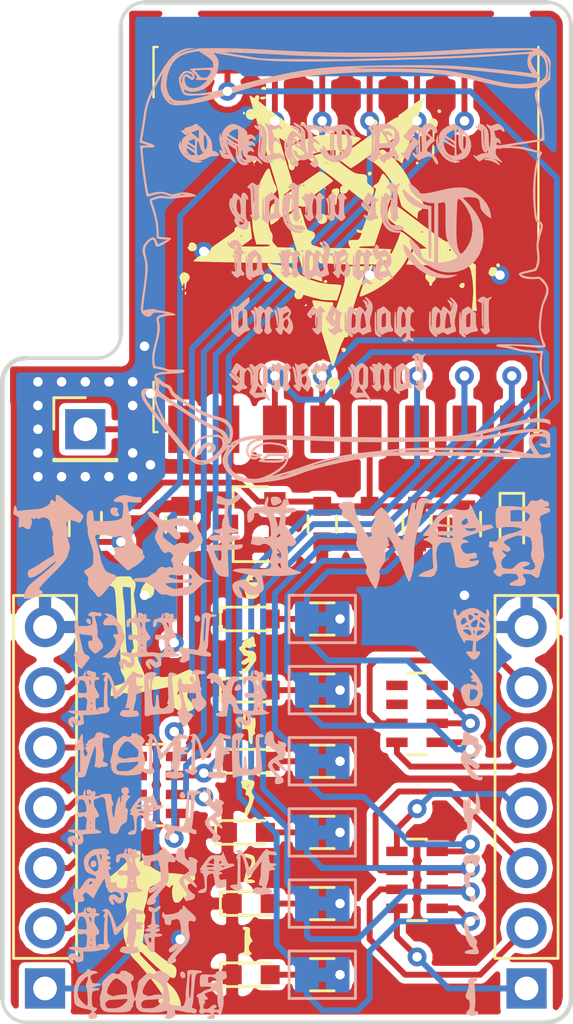
<source format=kicad_pcb>
(kicad_pcb (version 20171130) (host pcbnew "(5.0.0)")
  (layers (0 F.Cu signal hide) (31 B.Cu signal hide) (34 B.Paste user hide) (35 F.Paste user hide) (36 B.SilkS user) (37 F.SilkS user hide) (38 B.Mask user) (39 F.Mask user hide) (44 Edge.Cuts user))
  (net 0 "")
  (net 1 GND)
  (net 2 VCC)
  (net 3 +3V3)
  (net 4 "Net-(D1-Pad2)")
  (net 5 "Net-(D2-Pad2)")
  (net 6 "Net-(D3-Pad2)")
  (net 7 "Net-(D4-Pad2)")
  (net 8 "Net-(D5-Pad2)")
  (net 9 "Net-(D6-Pad2)")
  (net 10 "Net-(D7-Pad2)")
  (net 11 /RESET)
  (net 12 /SPI_EXT_CS)
  (net 13 /SPI_EXT_MISO)
  (net 14 /SPI_EXT_MOSI)
  (net 15 /SPI_EXT_SCK)
  (net 16 /EXT_GPIO1)
  (net 17 /EXT_GPIO2)
  (net 18 /EXT_GPIO3)
  (net 19 /EXT_GPIO4)
  (net 20 /EXT_GPIO5)
  (net 21 /EXT_GPIO6)
  (net 22 /ANTENNA)
  (net 23 /GPIO1)
  (net 24 "Net-(JP1-Pad2)")
  (net 25 "Net-(JP2-Pad2)")
  (net 26 /GPIO2)
  (net 27 "Net-(JP3-Pad2)")
  (net 28 /GPIO3)
  (net 29 /GPIO4)
  (net 30 "Net-(JP4-Pad2)")
  (net 31 "Net-(JP5-Pad2)")
  (net 32 /GPIO5)
  (net 33 /GPIO6)
  (net 34 "Net-(JP6-Pad2)")
  (net 35 /SPI_CS)
  (net 36 /SPI_MISO)
  (net 37 /SPI_MOSI)
  (net 38 /SPI_SCK)
  (net 39 "Net-(RN3-Pad4)")
  (net 40 "Net-(RN3-Pad3)")
  (net 41 "Net-(RN3-Pad5)")
  (net 42 "Net-(RN3-Pad6)")
  (module Pin_Headers:Pin_Header_Straight_1x07_Pitch2.54mm (layer F.Cu) (at 133.62 68.58 180)
    (fp_text reference J2 hide)
    (fp_text value Conn_01x07_Male)
    (pad 1 thru_hole rect (at 0 0 180) (size 1.7 1.7) (drill 1) (layers *.Cu *.Mask) (net 16 /EXT_GPIO1))
    (pad 2 thru_hole oval (at 0 2.54 180) (size 1.7 1.7) (drill 1) (layers *.Cu *.Mask) (net 17 /EXT_GPIO2))
    (pad 3 thru_hole oval (at 0 5.08 180) (size 1.7 1.7) (drill 1) (layers *.Cu *.Mask) (net 18 /EXT_GPIO3))
    (pad 4 thru_hole oval (at 0 7.62 180) (size 1.7 1.7) (drill 1) (layers *.Cu *.Mask) (net 19 /EXT_GPIO4))
    (pad 5 thru_hole oval (at 0 10.16 180) (size 1.7 1.7) (drill 1) (layers *.Cu *.Mask) (net 20 /EXT_GPIO5))
    (pad 6 thru_hole oval (at 0 12.7 180) (size 1.7 1.7) (drill 1) (layers *.Cu *.Mask) (net 21 /EXT_GPIO6))
    (pad 7 thru_hole oval (at 0 15.24 180) (size 1.7 1.7) (drill 1) (layers *.Cu *.Mask) (net 1 GND))
  )
  (module Pin_Headers:Pin_Header_Straight_1x07_Pitch2.54mm (layer F.Cu) (at 113.3 68.58 180)
    (fp_text reference J1 hide)
    (fp_text value Conn_01x07_Male)
    (pad 1 thru_hole rect (at 0 0 180) (size 1.7 1.7) (drill 1) (layers *.Cu *.Mask) (net 2 VCC))
    (pad 2 thru_hole oval (at 0 2.54 180) (size 1.7 1.7) (drill 1) (layers *.Cu *.Mask) (net 15 /SPI_EXT_SCK))
    (pad 3 thru_hole oval (at 0 5.08 180) (size 1.7 1.7) (drill 1) (layers *.Cu *.Mask) (net 14 /SPI_EXT_MOSI))
    (pad 4 thru_hole oval (at 0 7.62 180) (size 1.7 1.7) (drill 1) (layers *.Cu *.Mask) (net 13 /SPI_EXT_MISO))
    (pad 5 thru_hole oval (at 0 10.16 180) (size 1.7 1.7) (drill 1) (layers *.Cu *.Mask) (net 12 /SPI_EXT_CS))
    (pad 6 thru_hole oval (at 0 12.7 180) (size 1.7 1.7) (drill 1) (layers *.Cu *.Mask) (net 11 /RESET))
    (pad 7 thru_hole oval (at 0 15.24 180) (size 1.7 1.7) (drill 1) (layers *.Cu *.Mask) (net 1 GND))
  )
  (module LEDs:LED_0603 (layer F.Cu) (at 133 49 270)
    (fp_text reference D7 hide)
    (fp_text value LED)
    (pad 1 smd rect (at -0.8 0 90) (size 0.8 0.8) (layers F.Cu F.Paste F.Mask) (net 1 GND))
    (pad 2 smd rect (at 0.8 0 90) (size 0.8 0.8) (layers F.Cu F.Paste F.Mask) (net 10 "Net-(D7-Pad2)"))
  )
  (module Capacitors_SMD:C_0603 (layer F.Cu) (at 119 49 90)
    (fp_text reference C1 hide)
    (fp_text value 1uF)
    (pad 2 smd rect (at 0.75 0 90) (size 0.8 0.75) (layers F.Cu F.Paste F.Mask) (net 1 GND))
    (pad 1 smd rect (at -0.75 0 90) (size 0.8 0.75) (layers F.Cu F.Paste F.Mask) (net 2 VCC))
  )
  (module Capacitors_SMD:C_0603 (layer F.Cu) (at 125 49 270)
    (fp_text reference C2 hide)
    (fp_text value 1uF)
    (pad 1 smd rect (at -0.75 0 270) (size 0.8 0.75) (layers F.Cu F.Paste F.Mask) (net 3 +3V3))
    (pad 2 smd rect (at 0.75 0 270) (size 0.8 0.75) (layers F.Cu F.Paste F.Mask) (net 1 GND))
  )
  (module Capacitors_SMD:C_0603 (layer F.Cu) (at 129 49 270)
    (fp_text reference C3 hide)
    (fp_text value 100nF)
    (pad 2 smd rect (at 0.75 0 270) (size 0.8 0.75) (layers F.Cu F.Paste F.Mask) (net 1 GND))
    (pad 1 smd rect (at -0.75 0 270) (size 0.8 0.75) (layers F.Cu F.Paste F.Mask) (net 3 +3V3))
  )
  (module Capacitors_SMD:C_0603 (layer F.Cu) (at 127 49 270)
    (fp_text reference C4 hide)
    (fp_text value 1uF)
    (pad 1 smd rect (at -0.75 0 270) (size 0.8 0.75) (layers F.Cu F.Paste F.Mask) (net 3 +3V3))
    (pad 2 smd rect (at 0.75 0 270) (size 0.8 0.75) (layers F.Cu F.Paste F.Mask) (net 1 GND))
  )
  (module LEDs:LED_0603 (layer F.Cu) (at 122 68)
    (fp_text reference D1 hide)
    (fp_text value LED)
    (pad 2 smd rect (at 0.8 0 180) (size 0.8 0.8) (layers F.Cu F.Paste F.Mask) (net 4 "Net-(D1-Pad2)"))
    (pad 1 smd rect (at -0.8 0 180) (size 0.8 0.8) (layers F.Cu F.Paste F.Mask) (net 1 GND))
  )
  (module LEDs:LED_0603 (layer F.Cu) (at 122 65)
    (fp_text reference D2 hide)
    (fp_text value LED)
    (pad 1 smd rect (at -0.8 0 180) (size 0.8 0.8) (layers F.Cu F.Paste F.Mask) (net 1 GND))
    (pad 2 smd rect (at 0.8 0 180) (size 0.8 0.8) (layers F.Cu F.Paste F.Mask) (net 5 "Net-(D2-Pad2)"))
  )
  (module LEDs:LED_0603 (layer F.Cu) (at 121.8 62)
    (fp_text reference D3 hide)
    (fp_text value LED)
    (pad 2 smd rect (at 0.8 0 180) (size 0.8 0.8) (layers F.Cu F.Paste F.Mask) (net 6 "Net-(D3-Pad2)"))
    (pad 1 smd rect (at -0.8 0 180) (size 0.8 0.8) (layers F.Cu F.Paste F.Mask) (net 1 GND))
  )
  (module LEDs:LED_0603 (layer F.Cu) (at 122 59)
    (fp_text reference D4 hide)
    (fp_text value LED)
    (pad 1 smd rect (at -0.8 0 180) (size 0.8 0.8) (layers F.Cu F.Paste F.Mask) (net 1 GND))
    (pad 2 smd rect (at 0.8 0 180) (size 0.8 0.8) (layers F.Cu F.Paste F.Mask) (net 7 "Net-(D4-Pad2)"))
  )
  (module LEDs:LED_0603 (layer F.Cu) (at 122 56)
    (fp_text reference D5 hide)
    (fp_text value LED)
    (pad 2 smd rect (at 0.8 0 180) (size 0.8 0.8) (layers F.Cu F.Paste F.Mask) (net 8 "Net-(D5-Pad2)"))
    (pad 1 smd rect (at -0.8 0 180) (size 0.8 0.8) (layers F.Cu F.Paste F.Mask) (net 1 GND))
  )
  (module LEDs:LED_0603 (layer F.Cu) (at 122 53)
    (fp_text reference D6 hide)
    (fp_text value LED)
    (pad 1 smd rect (at -0.8 0 180) (size 0.8 0.8) (layers F.Cu F.Paste F.Mask) (net 1 GND))
    (pad 2 smd rect (at 0.8 0 180) (size 0.8 0.8) (layers F.Cu F.Paste F.Mask) (net 9 "Net-(D6-Pad2)"))
  )
  (module Pin_Headers:Pin_Header_Straight_1x01_Pitch2.54mm (layer F.Cu) (at 115 45)
    (fp_text reference J3 hide)
    (fp_text value Conn_01x01_Female)
    (pad 1 thru_hole rect (at 0 0) (size 1.7 1.7) (drill 1) (layers *.Cu *.Mask) (net 22 /ANTENNA))
  )
  (module jumpers:SolderJumper-2_P1.3mm_Bridged_Pad1.0x1.5mm (layer B.Cu) (at 125 68)
    (fp_text reference JP1 hide)
    (fp_text value Jumper_NC_Small hide)
    (pad 1 smd custom (at -0.65 0) (size 1 1.5) (layers B.Cu B.Mask) (net 23 /GPIO1) (options (clearance outline) (anchor rect)) (primitives (gr_poly (pts (xy 0.4 0.3) (xy 0.9 0.3) (xy 0.9 -0.3) (xy 0.4 -0.3)) (width 0))))
    (pad 2 smd rect (at 0.65 0) (size 1 1.5) (layers B.Cu B.Mask) (net 24 "Net-(JP1-Pad2)"))
  )
  (module jumpers:SolderJumper-2_P1.3mm_Bridged_Pad1.0x1.5mm (layer B.Cu) (at 125 65)
    (fp_text reference JP2 hide)
    (fp_text value Jumper_NC_Small hide)
    (pad 2 smd rect (at 0.65 0) (size 1 1.5) (layers B.Cu B.Mask) (net 25 "Net-(JP2-Pad2)"))
    (pad 1 smd custom (at -0.65 0) (size 1 1.5) (layers B.Cu B.Mask) (net 26 /GPIO2) (options (clearance outline) (anchor rect)) (primitives (gr_poly (pts (xy 0.4 0.3) (xy 0.9 0.3) (xy 0.9 -0.3) (xy 0.4 -0.3)) (width 0))))
  )
  (module jumpers:SolderJumper-2_P1.3mm_Bridged_Pad1.0x1.5mm (layer B.Cu) (at 125 62)
    (fp_text reference eJP3 hide)
    (fp_text value Jumper_NC_Small hide)
    (pad 2 smd rect (at 0.65 0) (size 1 1.5) (layers B.Cu B.Mask) (net 27 "Net-(JP3-Pad2)"))
    (pad 1 smd custom (at -0.65 0) (size 1 1.5) (layers B.Cu B.Mask) (net 28 /GPIO3) (options (clearance outline) (anchor rect)) (primitives (gr_poly (pts (xy 0.4 0.3) (xy 0.9 0.3) (xy 0.9 -0.3) (xy 0.4 -0.3)) (width 0))))
  )
  (module jumpers:SolderJumper-2_P1.3mm_Bridged_Pad1.0x1.5mm (layer B.Cu) (at 125 59)
    (fp_text reference JP4 hide)
    (fp_text value Jumper_NC_Small hide)
    (pad 1 smd custom (at -0.65 0) (size 1 1.5) (layers B.Cu B.Mask) (net 29 /GPIO4) (options (clearance outline) (anchor rect)) (primitives (gr_poly (pts (xy 0.4 0.3) (xy 0.9 0.3) (xy 0.9 -0.3) (xy 0.4 -0.3)) (width 0))))
    (pad 2 smd rect (at 0.65 0) (size 1 1.5) (layers B.Cu B.Mask) (net 30 "Net-(JP4-Pad2)"))
  )
  (module jumpers:SolderJumper-2_P1.3mm_Bridged_Pad1.0x1.5mm (layer B.Cu) (at 125 56)
    (fp_text reference JP5 hide)
    (fp_text value Jumper_NC_Small hide)
    (pad 2 smd rect (at 0.65 0) (size 1 1.5) (layers B.Cu B.Mask) (net 31 "Net-(JP5-Pad2)"))
    (pad 1 smd custom (at -0.65 0) (size 1 1.5) (layers B.Cu B.Mask) (net 32 /GPIO5) (options (clearance outline) (anchor rect)) (primitives (gr_poly (pts (xy 0.4 0.3) (xy 0.9 0.3) (xy 0.9 -0.3) (xy 0.4 -0.3)) (width 0))))
  )
  (module jumpers:SolderJumper-2_P1.3mm_Bridged_Pad1.0x1.5mm (layer B.Cu) (at 125 53)
    (fp_text reference JP6 hide)
    (fp_text value Jumper_NC_Small hide)
    (pad 1 smd custom (at -0.65 0) (size 1 1.5) (layers B.Cu B.Mask) (net 33 /GPIO6) (options (clearance outline) (anchor rect)) (primitives (gr_poly (pts (xy 0.4 0.3) (xy 0.9 0.3) (xy 0.9 -0.3) (xy 0.4 -0.3)) (width 0))))
    (pad 2 smd rect (at 0.65 0) (size 1 1.5) (layers B.Cu B.Mask) (net 34 "Net-(JP6-Pad2)"))
  )
  (module Resistors_SMD:R_0603 (layer F.Cu) (at 125 68)
    (fp_text reference R1 hide)
    (fp_text value 330R)
    (pad 2 smd rect (at 0.75 0) (size 0.5 0.9) (layers F.Cu F.Paste F.Mask) (net 24 "Net-(JP1-Pad2)"))
    (pad 1 smd rect (at -0.75 0) (size 0.5 0.9) (layers F.Cu F.Paste F.Mask) (net 4 "Net-(D1-Pad2)"))
  )
  (module Resistors_SMD:R_0603 (layer F.Cu) (at 125 65)
    (fp_text reference R2 hide)
    (fp_text value 330R)
    (pad 1 smd rect (at -0.75 0) (size 0.5 0.9) (layers F.Cu F.Paste F.Mask) (net 5 "Net-(D2-Pad2)"))
    (pad 2 smd rect (at 0.75 0) (size 0.5 0.9) (layers F.Cu F.Paste F.Mask) (net 25 "Net-(JP2-Pad2)"))
  )
  (module Resistors_SMD:R_0603 (layer F.Cu) (at 125 62)
    (fp_text reference R3 hide)
    (fp_text value 330R)
    (pad 2 smd rect (at 0.75 0) (size 0.5 0.9) (layers F.Cu F.Paste F.Mask) (net 27 "Net-(JP3-Pad2)"))
    (pad 1 smd rect (at -0.75 0) (size 0.5 0.9) (layers F.Cu F.Paste F.Mask) (net 6 "Net-(D3-Pad2)"))
  )
  (module Resistors_SMD:R_0603 (layer F.Cu) (at 125 59)
    (fp_text reference R4 hide)
    (fp_text value 330R)
    (pad 2 smd rect (at 0.75 0) (size 0.5 0.9) (layers F.Cu F.Paste F.Mask) (net 30 "Net-(JP4-Pad2)"))
    (pad 1 smd rect (at -0.75 0) (size 0.5 0.9) (layers F.Cu F.Paste F.Mask) (net 7 "Net-(D4-Pad2)"))
  )
  (module Resistors_SMD:R_0603 (layer F.Cu) (at 125 56)
    (fp_text reference R5 hide)
    (fp_text value 330R)
    (pad 1 smd rect (at -0.75 0) (size 0.5 0.9) (layers F.Cu F.Paste F.Mask) (net 8 "Net-(D5-Pad2)"))
    (pad 2 smd rect (at 0.75 0) (size 0.5 0.9) (layers F.Cu F.Paste F.Mask) (net 31 "Net-(JP5-Pad2)"))
  )
  (module Resistors_SMD:R_0603 (layer F.Cu) (at 125 53)
    (fp_text reference R6 hide)
    (fp_text value 330R)
    (pad 2 smd rect (at 0.75 0) (size 0.5 0.9) (layers F.Cu F.Paste F.Mask) (net 34 "Net-(JP6-Pad2)"))
    (pad 1 smd rect (at -0.75 0) (size 0.5 0.9) (layers F.Cu F.Paste F.Mask) (net 9 "Net-(D6-Pad2)"))
  )
  (module Resistors_SMD:R_0603 (layer F.Cu) (at 131 49 90)
    (fp_text reference R7 hide)
    (fp_text value 330R)
    (pad 1 smd rect (at -0.75 0 90) (size 0.5 0.9) (layers F.Cu F.Paste F.Mask) (net 10 "Net-(D7-Pad2)"))
    (pad 2 smd rect (at 0.75 0 90) (size 0.5 0.9) (layers F.Cu F.Paste F.Mask) (net 3 +3V3))
  )
  (module Resistors_SMD:R_0603 (layer F.Cu) (at 115 49 90)
    (fp_text reference R8 hide)
    (fp_text value 10K)
    (pad 1 smd rect (at -0.75 0 90) (size 0.5 0.9) (layers F.Cu F.Paste F.Mask) (net 11 /RESET))
    (pad 2 smd rect (at 0.75 0 90) (size 0.5 0.9) (layers F.Cu F.Paste F.Mask) (net 3 +3V3))
  )
  (module TO_SOT_Packages_SMD:SOT-23 (layer F.Cu) (at 122 49 180)
    (fp_text reference U1 hide)
    (fp_text value AP7333-33SRG-7)
    (pad 3 smd rect (at 1 0 180) (size 0.9 0.8) (layers F.Cu F.Paste F.Mask) (net 2 VCC))
    (pad 2 smd rect (at -1 0.95 180) (size 0.9 0.8) (layers F.Cu F.Paste F.Mask) (net 3 +3V3))
    (pad 1 smd rect (at -1 -0.95 180) (size 0.9 0.8) (layers F.Cu F.Paste F.Mask) (net 1 GND))
  )
  (module RF_Modules:Hopref_RFM9XW_SMD (layer F.Cu) (at 126 37 270)
    (fp_text reference U2 hide)
    (fp_text value RFM95W-868S2)
    (pad 16 smd rect (at 8 -7 270) (size 2 1) (layers F.Cu F.Paste F.Mask) (net 28 /GPIO3))
    (pad 15 smd rect (at 8 -5 270) (size 2 1) (layers F.Cu F.Paste F.Mask) (net 26 /GPIO2))
    (pad 14 smd rect (at 8 -3 270) (size 2 1) (layers F.Cu F.Paste F.Mask) (net 23 /GPIO1))
    (pad 13 smd rect (at 8 -1 270) (size 2 1) (layers F.Cu F.Paste F.Mask) (net 3 +3V3))
    (pad 12 smd rect (at 8 1 270) (size 2 1) (layers F.Cu F.Paste F.Mask) (net 32 /GPIO5))
    (pad 11 smd rect (at 8 3 270) (size 2 1) (layers F.Cu F.Paste F.Mask) (net 29 /GPIO4))
    (pad 10 smd rect (at 8 5 270) (size 2 1) (layers F.Cu F.Paste F.Mask) (net 1 GND))
    (pad 9 smd rect (at 8 7 270) (size 2 1) (layers F.Cu F.Paste F.Mask) (net 22 /ANTENNA))
    (pad 8 smd rect (at -8 7 270) (size 2 1) (layers F.Cu F.Paste F.Mask) (net 1 GND))
    (pad 7 smd rect (at -8 5 270) (size 2 1) (layers F.Cu F.Paste F.Mask) (net 33 /GPIO6))
    (pad 6 smd rect (at -8 3 270) (size 2 1) (layers F.Cu F.Paste F.Mask) (net 11 /RESET))
    (pad 5 smd rect (at -8 1 270) (size 2 1) (layers F.Cu F.Paste F.Mask) (net 35 /SPI_CS))
    (pad 4 smd rect (at -8 -1 270) (size 2 1) (layers F.Cu F.Paste F.Mask) (net 38 /SPI_SCK))
    (pad 3 smd rect (at -8 -3 270) (size 2 1) (layers F.Cu F.Paste F.Mask) (net 37 /SPI_MOSI))
    (pad 2 smd rect (at -8 -5 270) (size 2 1) (layers F.Cu F.Paste F.Mask) (net 36 /SPI_MISO))
    (pad 1 smd rect (at -8 -7 270) (size 2 1) (layers F.Cu F.Paste F.Mask) (net 1 GND))
  )
  (module Resistors_SMD:R_Array_Concave_4x0603 (layer F.Cu) (at 118 60 180)
    (fp_text reference RN1 hide)
    (fp_text value 100R)
    (pad 5 smd rect (at 0.85 1.2 180) (size 0.9 0.4) (layers F.Cu F.Paste F.Mask) (net 12 /SPI_EXT_CS))
    (pad 6 smd rect (at 0.85 0.4 180) (size 0.9 0.4) (layers F.Cu F.Paste F.Mask) (net 13 /SPI_EXT_MISO))
    (pad 7 smd rect (at 0.85 -0.4 180) (size 0.9 0.4) (layers F.Cu F.Paste F.Mask) (net 14 /SPI_EXT_MOSI))
    (pad 8 smd rect (at 0.85 -1.2 180) (size 0.9 0.4) (layers F.Cu F.Paste F.Mask) (net 15 /SPI_EXT_SCK))
    (pad 4 smd rect (at -0.85 1.2 180) (size 0.9 0.4) (layers F.Cu F.Paste F.Mask) (net 35 /SPI_CS))
    (pad 1 smd rect (at -0.85 -1.2 180) (size 0.9 0.4) (layers F.Cu F.Paste F.Mask) (net 38 /SPI_SCK))
    (pad 3 smd rect (at -0.85 0.4 180) (size 0.9 0.4) (layers F.Cu F.Paste F.Mask) (net 36 /SPI_MISO))
    (pad 2 smd rect (at -0.85 -0.4 180) (size 0.9 0.4) (layers F.Cu F.Paste F.Mask) (net 37 /SPI_MOSI))
  )
  (module Resistors_SMD:R_Array_Concave_4x0603 (layer F.Cu) (at 129 64 180)
    (fp_text reference RN2 hide)
    (fp_text value 100R)
    (pad 2 smd rect (at -0.85 -0.4 180) (size 0.9 0.4) (layers F.Cu F.Paste F.Mask) (net 26 /GPIO2))
    (pad 3 smd rect (at -0.85 0.4 180) (size 0.9 0.4) (layers F.Cu F.Paste F.Mask) (net 28 /GPIO3))
    (pad 1 smd rect (at -0.85 -1.2 180) (size 0.9 0.4) (layers F.Cu F.Paste F.Mask) (net 23 /GPIO1))
    (pad 4 smd rect (at -0.85 1.2 180) (size 0.9 0.4) (layers F.Cu F.Paste F.Mask) (net 29 /GPIO4))
    (pad 8 smd rect (at 0.85 -1.2 180) (size 0.9 0.4) (layers F.Cu F.Paste F.Mask) (net 16 /EXT_GPIO1))
    (pad 7 smd rect (at 0.85 -0.4 180) (size 0.9 0.4) (layers F.Cu F.Paste F.Mask) (net 17 /EXT_GPIO2))
    (pad 6 smd rect (at 0.85 0.4 180) (size 0.9 0.4) (layers F.Cu F.Paste F.Mask) (net 18 /EXT_GPIO3))
    (pad 5 smd rect (at 0.85 1.2 180) (size 0.9 0.4) (layers F.Cu F.Paste F.Mask) (net 19 /EXT_GPIO4))
  )
  (module Resistors_SMD:R_Array_Concave_4x0603 (layer F.Cu) (at 129 57 180)
    (fp_text reference RN3 hide)
    (fp_text value 100R)
    (pad 5 smd rect (at 0.85 1.2 180) (size 0.9 0.4) (layers F.Cu F.Paste F.Mask) (net 41 "Net-(RN3-Pad5)"))
    (pad 6 smd rect (at 0.85 0.4 180) (size 0.9 0.4) (layers F.Cu F.Paste F.Mask) (net 42 "Net-(RN3-Pad6)"))
    (pad 7 smd rect (at 0.85 -0.4 180) (size 0.9 0.4) (layers F.Cu F.Paste F.Mask) (net 21 /EXT_GPIO6))
    (pad 8 smd rect (at 0.85 -1.2 180) (size 0.9 0.4) (layers F.Cu F.Paste F.Mask) (net 20 /EXT_GPIO5))
    (pad 4 smd rect (at -0.85 1.2 180) (size 0.9 0.4) (layers F.Cu F.Paste F.Mask) (net 39 "Net-(RN3-Pad4)"))
    (pad 1 smd rect (at -0.85 -1.2 180) (size 0.9 0.4) (layers F.Cu F.Paste F.Mask) (net 32 /GPIO5))
    (pad 3 smd rect (at -0.85 0.4 180) (size 0.9 0.4) (layers F.Cu F.Paste F.Mask) (net 40 "Net-(RN3-Pad3)"))
    (pad 2 smd rect (at -0.85 -0.4 180) (size 0.9 0.4) (layers F.Cu F.Paste F.Mask) (net 33 /GPIO6))
  )
  (module ArtworkAndSilks:frontside (layer F.Cu) (at 124 50)
    (fp_text reference G*** hide)
    (fp_text value LOGO hide)
  )
  (module ArtworkAndSilks:backside (layer B.Cu) (at 123.3 49.4 180)
    (fp_text reference G*** hide)
    (fp_text value LOGO hide)
  )
  (gr_line (start 115.5 42) (end 112.5 42) (layer Edge.Cuts) (width 0.15))
  (gr_arc (start 117.5 28) (end 117.5 27) (angle -90) (layer Edge.Cuts) (width 0.15))
  (gr_arc (start 115.5 41) (end 115.5 42) (angle -90) (layer Edge.Cuts) (width 0.15))
  (gr_arc (start 112.5 43) (end 112.5 42) (angle -90) (layer Edge.Cuts) (width 0.2))
  (gr_arc (start 134.5 28) (end 135.5 28) (angle -90) (layer Edge.Cuts) (width 0.15))
  (gr_arc (start 134.5 69) (end 134.5 70) (angle -90) (layer Edge.Cuts) (width 0.2))
  (gr_arc (start 112.5 69) (end 111.5 69) (angle -90) (layer Edge.Cuts) (width 0.15))
  (gr_line (start 134.5 70) (end 112.5 70) (layer Edge.Cuts) (width 0.15))
  (gr_line (start 111.5 43) (end 111.5 69) (layer Edge.Cuts) (width 0.2))
  (gr_line (start 116.5 28) (end 116.5 41) (layer Edge.Cuts) (width 0.2))
  (gr_line (start 134.5 27) (end 117.5 27) (layer Edge.Cuts) (width 0.2))
  (gr_line (start 135.5 69) (end 135.5 28) (layer Edge.Cuts) (width 0.2))
  (via (at 117 44) (size 0.8) (drill 0.4) (layers F.Cu B.Cu) (net 1))
  (via (at 117 43) (size 0.8) (drill 0.4) (layers F.Cu B.Cu) (net 1))
  (via (at 116 43) (size 0.8) (drill 0.4) (layers F.Cu B.Cu) (net 1))
  (via (at 115 43) (size 0.8) (drill 0.4) (layers F.Cu B.Cu) (net 1))
  (via (at 114 43) (size 0.8) (drill 0.4) (layers F.Cu B.Cu) (net 1))
  (via (at 113 43) (size 0.8) (drill 0.4) (layers F.Cu B.Cu) (net 1))
  (via (at 113 44) (size 0.8) (drill 0.4) (layers F.Cu B.Cu) (net 1))
  (via (at 113 45) (size 0.8) (drill 0.4) (layers F.Cu B.Cu) (net 1))
  (via (at 113 46) (size 0.8) (drill 0.4) (layers F.Cu B.Cu) (net 1))
  (via (at 113 47) (size 0.8) (drill 0.4) (layers F.Cu B.Cu) (net 1))
  (via (at 114 47) (size 0.8) (drill 0.4) (layers F.Cu B.Cu) (net 1))
  (via (at 115 47) (size 0.8) (drill 0.4) (layers F.Cu B.Cu) (net 1))
  (via (at 116 47) (size 0.8) (drill 0.4) (layers F.Cu B.Cu) (net 1))
  (via (at 117 47) (size 0.8) (drill 0.4) (layers F.Cu B.Cu) (net 1))
  (via (at 117 46) (size 0.8) (drill 0.4) (layers F.Cu B.Cu) (net 1))
  (via (at 117.75 43.5) (size 0.8) (drill 0.4) (layers F.Cu B.Cu) (net 1))
  (via (at 117.75 46.5) (size 0.8) (drill 0.4) (layers F.Cu B.Cu) (net 1))
  (via (at 117.5 41.5) (size 0.8) (drill 0.4) (layers F.Cu B.Cu) (net 1))
  (via (at 120 37.5) (size 0.8) (drill 0.4) (layers F.Cu B.Cu) (net 1))
  (via (at 127 38.5) (size 0.8) (drill 0.4) (layers F.Cu B.Cu) (net 1))
  (via (at 132.5 38.5) (size 0.8) (drill 0.4) (layers F.Cu B.Cu) (net 1))
  (via (at 131 52) (size 0.8) (drill 0.4) (layers F.Cu B.Cu) (net 1))
  (via (at 117.5 52) (size 0.8) (drill 0.4) (layers F.Cu B.Cu) (net 1))
  (via (at 119 66.5) (size 0.8) (drill 0.4) (layers F.Cu B.Cu) (net 1))
  (segment (start 120.95 49) (end 121 49) (width 0.25) (layer F.Cu) (net 2))
  (segment (start 120.2 49.75) (end 120.95 49) (width 0.25) (layer F.Cu) (net 2))
  (segment (start 119 49.75) (end 120.2 49.75) (width 0.25) (layer F.Cu) (net 2))
  (segment (start 118.75 54) (end 118.75 54) (width 0.25) (layer B.Cu) (net 2))
  (via (at 118.75 54) (size 0.8) (drill 0.4) (layers F.Cu B.Cu) (net 2))
  (segment (start 119 53.75) (end 118.75 54) (width 0.25) (layer F.Cu) (net 2))
  (segment (start 119 49.75) (end 119 53.75) (width 0.25) (layer F.Cu) (net 2))
  (segment (start 118 54.75) (end 118.75 54) (width 0.25) (layer B.Cu) (net 2))
  (segment (start 118 65.98) (end 118 54.75) (width 0.25) (layer B.Cu) (net 2))
  (segment (start 113.3 68.58) (end 115.4 68.58) (width 0.25) (layer B.Cu) (net 2))
  (segment (start 115.4 68.58) (end 118 65.98) (width 0.25) (layer B.Cu) (net 2))
  (segment (start 124.8 48.05) (end 125 48.25) (width 0.25) (layer F.Cu) (net 3))
  (segment (start 123 48.05) (end 124.8 48.05) (width 0.25) (layer F.Cu) (net 3))
  (segment (start 125 48.25) (end 127 48.25) (width 0.25) (layer F.Cu) (net 3))
  (segment (start 129 48.25) (end 127 48.25) (width 0.25) (layer F.Cu) (net 3))
  (segment (start 129 48.25) (end 131 48.25) (width 0.25) (layer F.Cu) (net 3))
  (segment (start 127 45) (end 127 48.25) (width 0.25) (layer F.Cu) (net 3))
  (segment (start 122.3 48.05) (end 121.5 47.25) (width 0.25) (layer F.Cu) (net 3))
  (segment (start 123 48.05) (end 122.3 48.05) (width 0.25) (layer F.Cu) (net 3))
  (segment (start 121.5 47.25) (end 118.25 47.25) (width 0.25) (layer F.Cu) (net 3))
  (segment (start 118.25 47.25) (end 117.25 48.25) (width 0.25) (layer F.Cu) (net 3))
  (segment (start 117.25 48.25) (end 115 48.25) (width 0.25) (layer F.Cu) (net 3))
  (segment (start 122.8 68) (end 124.25 68) (width 0.25) (layer F.Cu) (net 4))
  (segment (start 122.8 65) (end 124.25 65) (width 0.25) (layer F.Cu) (net 5))
  (segment (start 122.6 62) (end 124.25 62) (width 0.25) (layer F.Cu) (net 6))
  (segment (start 122.8 59) (end 124.25 59) (width 0.25) (layer F.Cu) (net 7))
  (segment (start 122.8 56) (end 124.25 56) (width 0.25) (layer F.Cu) (net 8))
  (segment (start 122.8 53) (end 124.25 53) (width 0.25) (layer F.Cu) (net 9))
  (segment (start 132.95 49.75) (end 133 49.8) (width 0.25) (layer F.Cu) (net 10))
  (segment (start 131 49.75) (end 132.95 49.75) (width 0.25) (layer F.Cu) (net 10))
  (segment (start 123 29) (end 123 32) (width 0.25) (layer F.Cu) (net 11))
  (segment (start 123 32) (end 123 32) (width 0.25) (layer F.Cu) (net 11))
  (via (at 123 32) (size 0.8) (drill 0.4) (layers F.Cu B.Cu) (net 11))
  (segment (start 123 32) (end 119 36) (width 0.25) (layer B.Cu) (net 11))
  (segment (start 119 36) (end 119 47.25) (width 0.25) (layer B.Cu) (net 11))
  (segment (start 119 47.25) (end 116.5 49.75) (width 0.25) (layer B.Cu) (net 11))
  (segment (start 116.5 49.75) (end 116.5 49.75) (width 0.25) (layer B.Cu) (net 11))
  (via (at 116.5 49.75) (size 0.8) (drill 0.4) (layers F.Cu B.Cu) (net 11))
  (segment (start 115 49.75) (end 116.5 49.75) (width 0.25) (layer F.Cu) (net 11))
  (segment (start 115 49.75) (end 115 50.5) (width 0.25) (layer F.Cu) (net 11))
  (segment (start 115 50.5) (end 116 51.5) (width 0.25) (layer F.Cu) (net 11))
  (segment (start 116 54.18) (end 114.3 55.88) (width 0.25) (layer F.Cu) (net 11))
  (segment (start 116 51.5) (end 116 54.18) (width 0.25) (layer F.Cu) (net 11))
  (segment (start 114.3 55.88) (end 113.3 55.88) (width 0.25) (layer F.Cu) (net 11))
  (segment (start 116.77 58.42) (end 117.15 58.8) (width 0.25) (layer F.Cu) (net 12))
  (segment (start 114.3 58.42) (end 116.77 58.42) (width 0.25) (layer F.Cu) (net 12))
  (segment (start 114.3 58.42) (end 113.3 58.42) (width 0.25) (layer F.Cu) (net 12))
  (segment (start 115.66 59.6) (end 117.15 59.6) (width 0.25) (layer F.Cu) (net 13))
  (segment (start 114.3 60.96) (end 115.66 59.6) (width 0.25) (layer F.Cu) (net 13))
  (segment (start 114.3 60.96) (end 113.3 60.96) (width 0.25) (layer F.Cu) (net 13))
  (segment (start 116.714998 60.4) (end 115.75 61.364998) (width 0.25) (layer F.Cu) (net 14))
  (segment (start 117.15 60.4) (end 116.714998 60.4) (width 0.25) (layer F.Cu) (net 14))
  (segment (start 115.75 62.05) (end 114.3 63.5) (width 0.25) (layer F.Cu) (net 14))
  (segment (start 115.75 61.364998) (end 115.75 62.05) (width 0.25) (layer F.Cu) (net 14))
  (segment (start 114.3 63.5) (end 113.3 63.5) (width 0.25) (layer F.Cu) (net 14))
  (segment (start 117.15 61.65) (end 116 62.8) (width 0.25) (layer F.Cu) (net 15))
  (segment (start 117.15 61.2) (end 117.15 61.65) (width 0.25) (layer F.Cu) (net 15))
  (segment (start 116 64.34) (end 114.3 66.04) (width 0.25) (layer F.Cu) (net 15))
  (segment (start 116 62.8) (end 116 64.34) (width 0.25) (layer F.Cu) (net 15))
  (segment (start 114.3 66.04) (end 113.3 66.04) (width 0.25) (layer F.Cu) (net 15))
  (segment (start 128.15 65.2) (end 128.15 66.4) (width 0.25) (layer F.Cu) (net 16))
  (segment (start 128.15 66.4) (end 129 67.25) (width 0.25) (layer F.Cu) (net 16))
  (segment (start 129 67.25) (end 129 67.25) (width 0.25) (layer F.Cu) (net 16))
  (via (at 129 67.25) (size 0.8) (drill 0.4) (layers F.Cu B.Cu) (net 16))
  (segment (start 130.33 68.58) (end 133.62 68.58) (width 0.25) (layer B.Cu) (net 16))
  (segment (start 129 67.25) (end 130.33 68.58) (width 0.25) (layer B.Cu) (net 16))
  (segment (start 127.45 64.4) (end 127 64.85) (width 0.25) (layer F.Cu) (net 17))
  (segment (start 128.15 64.4) (end 127.45 64.4) (width 0.25) (layer F.Cu) (net 17))
  (segment (start 127 64.85) (end 127 66.5) (width 0.25) (layer F.Cu) (net 17))
  (segment (start 127 66.5) (end 128.5 68) (width 0.25) (layer F.Cu) (net 17))
  (segment (start 131.66 68) (end 128.5 68) (width 0.25) (layer F.Cu) (net 17))
  (segment (start 133.62 66.04) (end 131.66 68) (width 0.25) (layer F.Cu) (net 17))
  (segment (start 127.25 61.25) (end 128.225001 60.274999) (width 0.25) (layer F.Cu) (net 18))
  (segment (start 127.25 63.4) (end 127.25 61.25) (width 0.25) (layer F.Cu) (net 18))
  (segment (start 128.15 63.6) (end 127.45 63.6) (width 0.25) (layer F.Cu) (net 18))
  (segment (start 127.45 63.6) (end 127.25 63.4) (width 0.25) (layer F.Cu) (net 18))
  (segment (start 131.37 61.25) (end 133.62 63.5) (width 0.25) (layer F.Cu) (net 18))
  (segment (start 130.394999 60.274999) (end 131.37 61.25) (width 0.25) (layer F.Cu) (net 18))
  (segment (start 128.225001 60.274999) (end 130.394999 60.274999) (width 0.25) (layer F.Cu) (net 18))
  (via (at 129 61) (size 0.8) (drill 0.4) (layers F.Cu B.Cu) (net 19))
  (segment (start 128.15 61.85) (end 129 61) (width 0.25) (layer F.Cu) (net 19))
  (segment (start 128.15 62.8) (end 128.15 61.85) (width 0.25) (layer F.Cu) (net 19))
  (segment (start 129 61) (end 129.62 60.38) (width 0.25) (layer B.Cu) (net 19))
  (segment (start 129.62 60.38) (end 132.63 60.38) (width 0.25) (layer B.Cu) (net 19))
  (segment (start 133.21 60.96) (end 133.62 60.96) (width 0.25) (layer B.Cu) (net 19))
  (segment (start 132.63 60.38) (end 133.21 60.96) (width 0.25) (layer B.Cu) (net 19))
  (segment (start 133.62 58.580002) (end 133.62 58.42) (width 0.25) (layer F.Cu) (net 20))
  (segment (start 132.975001 59.225001) (end 133.62 58.580002) (width 0.25) (layer F.Cu) (net 20))
  (segment (start 128.725001 59.225001) (end 132.975001 59.225001) (width 0.25) (layer F.Cu) (net 20))
  (segment (start 128.15 58.2) (end 128.15 58.65) (width 0.25) (layer F.Cu) (net 20))
  (segment (start 128.15 58.65) (end 128.725001 59.225001) (width 0.25) (layer F.Cu) (net 20))
  (segment (start 127.45 57.4) (end 128.15 57.4) (width 0.25) (layer F.Cu) (net 21))
  (segment (start 127 56.95) (end 127.45 57.4) (width 0.25) (layer F.Cu) (net 21))
  (segment (start 127 55) (end 127 56.95) (width 0.25) (layer F.Cu) (net 21))
  (segment (start 127.25 54.75) (end 127 55) (width 0.25) (layer F.Cu) (net 21))
  (segment (start 132.49 54.75) (end 133.62 55.88) (width 0.25) (layer F.Cu) (net 21))
  (segment (start 127.25 54.75) (end 132.49 54.75) (width 0.25) (layer F.Cu) (net 21))
  (segment (start 116.1 45) (end 119 45) (width 0.25) (layer F.Cu) (net 22))
  (segment (start 115 45) (end 116.1 45) (width 0.25) (layer F.Cu) (net 22))
  (via (at 131.25 65.75) (size 0.8) (drill 0.4) (layers F.Cu B.Cu) (net 23))
  (segment (start 124.35 68.85) (end 125 69.5) (width 0.25) (layer B.Cu) (net 23))
  (segment (start 124.35 68) (end 124.35 68.85) (width 0.25) (layer B.Cu) (net 23))
  (segment (start 125 69.5) (end 126.5 69.5) (width 0.25) (layer B.Cu) (net 23))
  (segment (start 127 69) (end 127 67) (width 0.25) (layer B.Cu) (net 23))
  (segment (start 126.5 69.5) (end 127 69) (width 0.25) (layer B.Cu) (net 23))
  (segment (start 128.25 65.75) (end 131.25 65.75) (width 0.25) (layer B.Cu) (net 23))
  (segment (start 127 67) (end 128.25 65.75) (width 0.25) (layer B.Cu) (net 23))
  (segment (start 130.7 65.2) (end 131.25 65.75) (width 0.25) (layer F.Cu) (net 23))
  (segment (start 129.85 65.2) (end 130.7 65.2) (width 0.25) (layer F.Cu) (net 23))
  (segment (start 129 45) (end 129 42.75) (width 0.25) (layer F.Cu) (net 23))
  (segment (start 129 42.75) (end 129 42.75) (width 0.25) (layer F.Cu) (net 23))
  (via (at 129 42.75) (size 0.8) (drill 0.4) (layers F.Cu B.Cu) (net 23))
  (segment (start 129 46.5) (end 129 42.75) (width 0.25) (layer B.Cu) (net 23))
  (segment (start 127 48.5) (end 129 46.5) (width 0.25) (layer B.Cu) (net 23))
  (segment (start 123.07498 66.72498) (end 123.07498 62.07498) (width 0.25) (layer B.Cu) (net 23))
  (segment (start 124.35 68) (end 123.07498 66.72498) (width 0.25) (layer B.Cu) (net 23))
  (segment (start 123.07498 62.07498) (end 121.5 60.5) (width 0.25) (layer B.Cu) (net 23))
  (segment (start 121.5 60.5) (end 121.5 51.50434) (width 0.25) (layer B.Cu) (net 23))
  (segment (start 121.5 51.50434) (end 124.50434 48.5) (width 0.25) (layer B.Cu) (net 23))
  (segment (start 124.50434 48.5) (end 127 48.5) (width 0.25) (layer B.Cu) (net 23))
  (via (at 125.75 68) (size 0.8) (drill 0.4) (layers F.Cu B.Cu) (net 24))
  (via (at 125.75 65) (size 0.8) (drill 0.4) (layers F.Cu B.Cu) (net 25))
  (segment (start 124.35 65) (end 124.35 66.35) (width 0.25) (layer B.Cu) (net 26))
  (segment (start 124.35 66.35) (end 124.5 66.5) (width 0.25) (layer B.Cu) (net 26))
  (segment (start 124.5 66.5) (end 126.5 66.5) (width 0.25) (layer B.Cu) (net 26))
  (segment (start 126.5 66.5) (end 128.5 64.5) (width 0.25) (layer B.Cu) (net 26))
  (segment (start 128.5 64.5) (end 131.25 64.5) (width 0.25) (layer B.Cu) (net 26))
  (segment (start 131.25 64.5) (end 131.25 64.5) (width 0.25) (layer B.Cu) (net 26))
  (via (at 131.25 64.5) (size 0.8) (drill 0.4) (layers F.Cu B.Cu) (net 26))
  (segment (start 131.15 64.4) (end 131.25 64.5) (width 0.25) (layer F.Cu) (net 26))
  (segment (start 129.85 64.4) (end 131.15 64.4) (width 0.25) (layer F.Cu) (net 26))
  (segment (start 131 45) (end 131 42.75) (width 0.25) (layer F.Cu) (net 26))
  (segment (start 131 42.75) (end 131 42.75) (width 0.25) (layer F.Cu) (net 26))
  (via (at 131 42.75) (size 0.8) (drill 0.4) (layers F.Cu B.Cu) (net 26))
  (segment (start 123.52499 64.17499) (end 123.52499 61.8114) (width 0.25) (layer B.Cu) (net 26))
  (segment (start 124.35 65) (end 123.52499 64.17499) (width 0.25) (layer B.Cu) (net 26))
  (segment (start 123.52499 61.8114) (end 122 60.28641) (width 0.25) (layer B.Cu) (net 26))
  (segment (start 122 60.28641) (end 122 51.64075) (width 0.25) (layer B.Cu) (net 26))
  (segment (start 122 51.64075) (end 124.64075 49) (width 0.25) (layer B.Cu) (net 26))
  (segment (start 131 43.315685) (end 131 42.75) (width 0.25) (layer B.Cu) (net 26))
  (segment (start 131 45.13641) (end 131 43.315685) (width 0.25) (layer B.Cu) (net 26))
  (segment (start 127.13641 49) (end 131 45.13641) (width 0.25) (layer B.Cu) (net 26))
  (segment (start 124.64075 49) (end 127.13641 49) (width 0.25) (layer B.Cu) (net 26))
  (via (at 125.75 62) (size 0.8) (drill 0.4) (layers F.Cu B.Cu) (net 27))
  (via (at 131.25 63.5) (size 0.8) (drill 0.4) (layers F.Cu B.Cu) (net 28))
  (segment (start 124.35 62) (end 124.35 62.85) (width 0.25) (layer B.Cu) (net 28))
  (segment (start 125 63.5) (end 131.25 63.5) (width 0.25) (layer B.Cu) (net 28))
  (segment (start 124.35 62.85) (end 125 63.5) (width 0.25) (layer B.Cu) (net 28))
  (segment (start 131.15 63.6) (end 131.25 63.5) (width 0.25) (layer F.Cu) (net 28))
  (segment (start 129.85 63.6) (end 131.15 63.6) (width 0.25) (layer F.Cu) (net 28))
  (segment (start 133 45) (end 133 42.75) (width 0.25) (layer F.Cu) (net 28))
  (segment (start 133 42.75) (end 133 42.75) (width 0.25) (layer F.Cu) (net 28))
  (segment (start 124.35 62) (end 122.5 60.15) (width 0.25) (layer B.Cu) (net 28))
  (segment (start 122.5 51.77716) (end 124.77716 49.5) (width 0.25) (layer B.Cu) (net 28))
  (segment (start 122.5 60.15) (end 122.5 51.77716) (width 0.25) (layer B.Cu) (net 28))
  (via (at 133 42.75) (size 0.8) (drill 0.4) (layers F.Cu B.Cu) (net 28))
  (segment (start 133 43.315685) (end 133 42.75) (width 0.25) (layer B.Cu) (net 28))
  (segment (start 133 43.77282) (end 133 43.315685) (width 0.25) (layer B.Cu) (net 28))
  (segment (start 127.27282 49.5) (end 133 43.77282) (width 0.25) (layer B.Cu) (net 28))
  (segment (start 124.77716 49.5) (end 127.27282 49.5) (width 0.25) (layer B.Cu) (net 28))
  (via (at 131.25 62.5) (size 0.8) (drill 0.4) (layers F.Cu B.Cu) (net 29))
  (segment (start 124.35 59.85) (end 125 60.5) (width 0.25) (layer B.Cu) (net 29))
  (segment (start 124.35 59) (end 124.35 59.85) (width 0.25) (layer B.Cu) (net 29))
  (segment (start 125 60.5) (end 126.75 60.5) (width 0.25) (layer B.Cu) (net 29))
  (segment (start 126.75 60.5) (end 128.75 62.5) (width 0.25) (layer B.Cu) (net 29))
  (segment (start 128.75 62.5) (end 131.25 62.5) (width 0.25) (layer B.Cu) (net 29))
  (segment (start 130.95 62.8) (end 131.25 62.5) (width 0.25) (layer F.Cu) (net 29))
  (segment (start 129.85 62.8) (end 130.95 62.8) (width 0.25) (layer F.Cu) (net 29))
  (segment (start 123 45) (end 123 42.75) (width 0.25) (layer F.Cu) (net 29))
  (segment (start 123 42.75) (end 123 42.75) (width 0.25) (layer F.Cu) (net 29))
  (segment (start 124.35 59) (end 123 57.65) (width 0.25) (layer B.Cu) (net 29))
  (segment (start 123 52.5) (end 123 52.25) (width 0.25) (layer B.Cu) (net 29))
  (segment (start 123 57.65) (end 123 52.5) (width 0.25) (layer B.Cu) (net 29))
  (via (at 123 42.75) (size 0.8) (drill 0.4) (layers F.Cu B.Cu) (net 29))
  (segment (start 124 43.75) (end 123 42.75) (width 0.25) (layer B.Cu) (net 29))
  (segment (start 125.073002 43.75) (end 124 43.75) (width 0.25) (layer B.Cu) (net 29))
  (segment (start 127.073002 41.75) (end 125.073002 43.75) (width 0.25) (layer B.Cu) (net 29))
  (segment (start 133.75 41.75) (end 127.073002 41.75) (width 0.25) (layer B.Cu) (net 29))
  (segment (start 123 51.91357) (end 124.91357 50) (width 0.25) (layer B.Cu) (net 29))
  (segment (start 124.91357 50) (end 127.40923 50) (width 0.25) (layer B.Cu) (net 29))
  (segment (start 123 52.5) (end 123 51.91357) (width 0.25) (layer B.Cu) (net 29))
  (segment (start 127.40923 50) (end 134 43.40923) (width 0.25) (layer B.Cu) (net 29))
  (segment (start 134 43.40923) (end 134 42) (width 0.25) (layer B.Cu) (net 29))
  (segment (start 134 42) (end 133.75 41.75) (width 0.25) (layer B.Cu) (net 29))
  (via (at 125.75 59) (size 0.8) (drill 0.4) (layers F.Cu B.Cu) (net 30))
  (via (at 125.75 56) (size 0.8) (drill 0.4) (layers F.Cu B.Cu) (net 31))
  (via (at 131.25 58.5) (size 0.8) (drill 0.4) (layers F.Cu B.Cu) (net 32))
  (segment (start 125 45) (end 125 43.75) (width 0.25) (layer F.Cu) (net 32))
  (segment (start 125 43.75) (end 125 42.75) (width 0.25) (layer F.Cu) (net 32))
  (segment (start 125 42.75) (end 125 42.75) (width 0.25) (layer F.Cu) (net 32))
  (via (at 125 42.75) (size 0.8) (drill 0.4) (layers F.Cu B.Cu) (net 32))
  (segment (start 130.95 58.2) (end 131.25 58.5) (width 0.25) (layer F.Cu) (net 32))
  (segment (start 129.85 58.2) (end 130.95 58.2) (width 0.25) (layer F.Cu) (net 32))
  (segment (start 130.684315 58.5) (end 129.684315 57.5) (width 0.25) (layer B.Cu) (net 32))
  (segment (start 131.25 58.5) (end 130.684315 58.5) (width 0.25) (layer B.Cu) (net 32))
  (segment (start 124.35 56.85) (end 124.35 56) (width 0.25) (layer B.Cu) (net 32))
  (segment (start 125 57.5) (end 124.35 56.85) (width 0.25) (layer B.Cu) (net 32))
  (segment (start 129.684315 57.5) (end 125 57.5) (width 0.25) (layer B.Cu) (net 32))
  (segment (start 133.88641 41.25) (end 126.5 41.25) (width 0.25) (layer B.Cu) (net 32))
  (segment (start 134.450009 41.813599) (end 133.88641 41.25) (width 0.25) (layer B.Cu) (net 32))
  (segment (start 123.52499 55.17499) (end 123.52499 52.02499) (width 0.25) (layer B.Cu) (net 32))
  (segment (start 126.5 41.25) (end 125 42.75) (width 0.25) (layer B.Cu) (net 32))
  (segment (start 124.35 56) (end 123.52499 55.17499) (width 0.25) (layer B.Cu) (net 32))
  (segment (start 123.52499 52.02499) (end 124.99999 50.54999) (width 0.25) (layer B.Cu) (net 32))
  (segment (start 124.99999 50.54999) (end 127.49565 50.54999) (width 0.25) (layer B.Cu) (net 32))
  (segment (start 127.49565 50.54999) (end 134.45001 43.59563) (width 0.25) (layer B.Cu) (net 32))
  (segment (start 134.45001 43.59563) (end 134.450009 41.813599) (width 0.25) (layer B.Cu) (net 32))
  (segment (start 121 29) (end 121 30.75) (width 0.25) (layer F.Cu) (net 33))
  (segment (start 121 30.75) (end 121 30.75) (width 0.25) (layer F.Cu) (net 33))
  (via (at 121 30.75) (size 0.8) (drill 0.4) (layers F.Cu B.Cu) (net 33))
  (segment (start 129.85 57.4) (end 131.15 57.4) (width 0.25) (layer F.Cu) (net 33))
  (segment (start 131.15 57.4) (end 131.15 57.4) (width 0.25) (layer F.Cu) (net 33))
  (via (at 131.25 57.4) (size 0.8) (drill 0.4) (layers F.Cu B.Cu) (net 33))
  (segment (start 124.35 53.85) (end 125.25 54.75) (width 0.25) (layer B.Cu) (net 33))
  (segment (start 124.35 53) (end 124.35 53.85) (width 0.25) (layer B.Cu) (net 33))
  (segment (start 128.6 54.75) (end 131.25 57.4) (width 0.25) (layer B.Cu) (net 33))
  (segment (start 125.25 54.75) (end 128.6 54.75) (width 0.25) (layer B.Cu) (net 33))
  (segment (start 120.75 30.75) (end 121 30.75) (width 0.25) (layer B.Cu) (net 33))
  (segment (start 131.25 30.75) (end 120.75 30.75) (width 0.25) (layer B.Cu) (net 33))
  (segment (start 124.35 51.9) (end 125.25 51) (width 0.25) (layer B.Cu) (net 33))
  (segment (start 125.25 51) (end 127.682051 50.999999) (width 0.25) (layer B.Cu) (net 33))
  (segment (start 124.35 53) (end 124.35 51.9) (width 0.25) (layer B.Cu) (net 33))
  (segment (start 127.682051 50.999999) (end 134.900019 43.782031) (width 0.25) (layer B.Cu) (net 33))
  (segment (start 134.900019 43.782031) (end 134.900019 34.400019) (width 0.25) (layer B.Cu) (net 33))
  (segment (start 134.900019 34.400019) (end 131.25 30.75) (width 0.25) (layer B.Cu) (net 33))
  (via (at 125.75 53) (size 0.8) (drill 0.4) (layers F.Cu B.Cu) (net 34))
  (via (at 118.75 57.75) (size 0.8) (drill 0.4) (layers F.Cu B.Cu) (net 35))
  (segment (start 125 29) (end 125 32) (width 0.25) (layer F.Cu) (net 35))
  (segment (start 125 32) (end 125 32) (width 0.25) (layer F.Cu) (net 35))
  (via (at 125 32) (size 0.8) (drill 0.4) (layers F.Cu B.Cu) (net 35))
  (segment (start 118.85 57.85) (end 118.75 57.75) (width 0.25) (layer F.Cu) (net 35))
  (segment (start 118.85 58.8) (end 118.85 57.85) (width 0.25) (layer F.Cu) (net 35))
  (segment (start 125 35.5) (end 125 32) (width 0.25) (layer B.Cu) (net 35))
  (segment (start 125 36.09077) (end 125 35.5) (width 0.25) (layer B.Cu) (net 35))
  (segment (start 119.5 41.59077) (end 125 36.09077) (width 0.25) (layer B.Cu) (net 35))
  (segment (start 118.75 57.75) (end 119.5 57) (width 0.25) (layer B.Cu) (net 35))
  (segment (start 119.5 57) (end 119.5 41.59077) (width 0.25) (layer B.Cu) (net 35))
  (via (at 120 59.5) (size 0.8) (drill 0.4) (layers F.Cu B.Cu) (net 36))
  (segment (start 131 29) (end 131 32) (width 0.25) (layer F.Cu) (net 36))
  (segment (start 131 31.75) (end 131 32) (width 0.25) (layer F.Cu) (net 36))
  (segment (start 131 32) (end 131 31.75) (width 0.25) (layer F.Cu) (net 36))
  (via (at 131 32) (size 0.8) (drill 0.4) (layers F.Cu B.Cu) (net 36))
  (segment (start 119.9 59.6) (end 120 59.5) (width 0.25) (layer F.Cu) (net 36))
  (segment (start 118.85 59.6) (end 119.9 59.6) (width 0.25) (layer F.Cu) (net 36))
  (segment (start 120 59.5) (end 121.04999 58.45001) (width 0.25) (layer B.Cu) (net 36))
  (segment (start 121.04999 41.95001) (end 131 32) (width 0.25) (layer B.Cu) (net 36))
  (segment (start 121.04999 58.45001) (end 121.04999 41.95001) (width 0.25) (layer B.Cu) (net 36))
  (via (at 120 60.5) (size 0.8) (drill 0.4) (layers F.Cu B.Cu) (net 37))
  (segment (start 129 29) (end 129 32) (width 0.25) (layer F.Cu) (net 37))
  (segment (start 129 32) (end 129 32) (width 0.25) (layer F.Cu) (net 37))
  (via (at 129 32) (size 0.8) (drill 0.4) (layers F.Cu B.Cu) (net 37))
  (segment (start 119.9 60.4) (end 120 60.5) (width 0.25) (layer F.Cu) (net 37))
  (segment (start 118.85 60.4) (end 119.9 60.4) (width 0.25) (layer F.Cu) (net 37))
  (segment (start 129 33) (end 129 32) (width 0.25) (layer B.Cu) (net 37))
  (segment (start 119.434315 60.5) (end 119.25 60.315685) (width 0.25) (layer B.Cu) (net 37))
  (segment (start 120 60.5) (end 119.434315 60.5) (width 0.25) (layer B.Cu) (net 37))
  (segment (start 129 33.36359) (end 129 33) (width 0.25) (layer B.Cu) (net 37))
  (segment (start 119.25 60.315685) (end 119.25 59.176998) (width 0.25) (layer B.Cu) (net 37))
  (segment (start 119.25 59.176998) (end 120.5 57.926998) (width 0.25) (layer B.Cu) (net 37))
  (segment (start 120.5 57.926998) (end 120.5 41.86359) (width 0.25) (layer B.Cu) (net 37))
  (segment (start 120.5 41.86359) (end 129 33.36359) (width 0.25) (layer B.Cu) (net 37))
  (via (at 118.75 62.25) (size 0.8) (drill 0.4) (layers F.Cu B.Cu) (net 38))
  (segment (start 127 29) (end 127 32) (width 0.25) (layer F.Cu) (net 38))
  (segment (start 127 32) (end 127 32) (width 0.25) (layer F.Cu) (net 38))
  (via (at 127 32) (size 0.8) (drill 0.4) (layers F.Cu B.Cu) (net 38))
  (segment (start 118.85 62.15) (end 118.75 62.25) (width 0.25) (layer F.Cu) (net 38))
  (segment (start 118.85 61.2) (end 118.85 62.15) (width 0.25) (layer F.Cu) (net 38))
  (segment (start 118.75 61.684315) (end 118.75 62.25) (width 0.25) (layer B.Cu) (net 38))
  (segment (start 118.75 59.040588) (end 118.75 61.684315) (width 0.25) (layer B.Cu) (net 38))
  (segment (start 120 57.790588) (end 118.75 59.040588) (width 0.25) (layer B.Cu) (net 38))
  (segment (start 120 41.72718) (end 120 57.790588) (width 0.25) (layer B.Cu) (net 38))
  (segment (start 127 34.72718) (end 120 41.72718) (width 0.25) (layer B.Cu) (net 38))
  (segment (start 127 32) (end 127 34.72718) (width 0.25) (layer B.Cu) (net 38))
  (zone (net 1) (net_name GND) (layer F.Cu) (connect_pads (clearance 0.25)) (min_thickness 0.254) (fill yes (arc_segments 16) (thermal_gap 0.508) (thermal_bridge_width 0.508))
    (polygon (pts (xy 111 27) (xy 136 27) (xy 136 70) (xy 111 70)))
  )
  (zone (net 1) (net_name GND) (layer B.Cu) (connect_pads (clearance 0.508)) (min_thickness 0.254) (fill yes (arc_segments 16) (thermal_gap 0.508) (thermal_bridge_width 0.508))
    (polygon (pts (xy 111 27) (xy 136 27) (xy 136 70) (xy 111 70)))
  )
)
</source>
